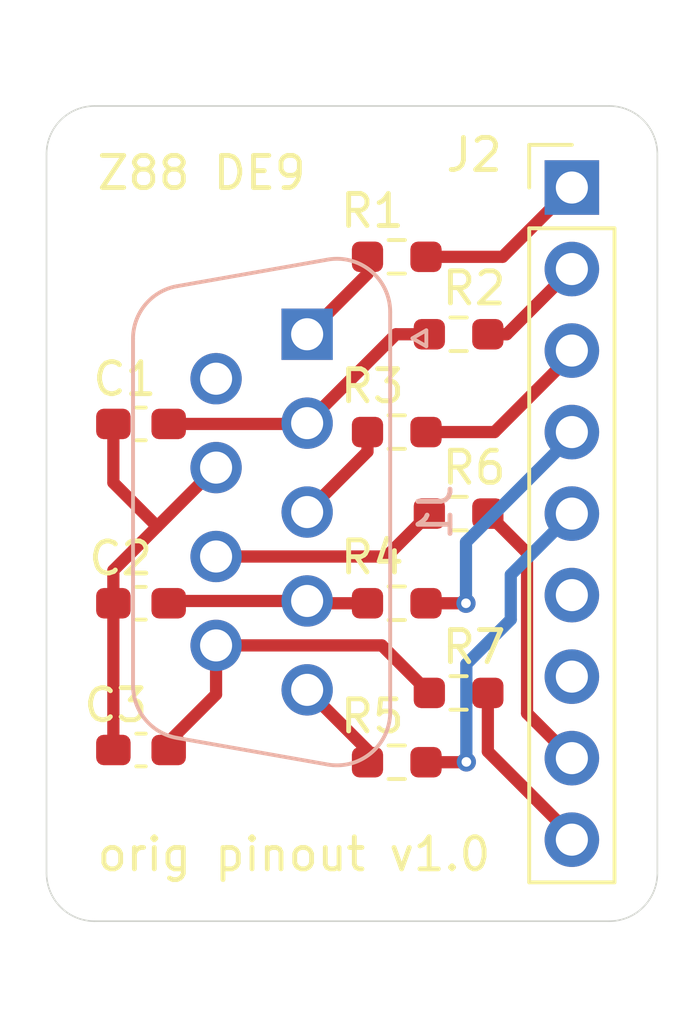
<source format=kicad_pcb>
(kicad_pcb (version 20240108) (generator "pcbnew") (generator_version "8.0")
  (layers (0 "F.Cu" signal) (31 "B.Cu" signal) (34 "B.Paste" user) (35 "F.Paste" user) (36 "B.SilkS" user "B.Silkscreen") (37 "F.SilkS" user "F.Silkscreen") (38 "B.Mask" user) (39 "F.Mask" user) (44 "Edge.Cuts" user))
  (net 0 "")
  (net 1 "Net-(J1-Pin_7)")
  (net 2 "Net-(J1-Pin_2)")
  (net 3 "Net-(J1-Pin_4)")
  (net 4 "Net-(J1-Pin_9)")
  (net 5 "Net-(J1-Pin_8)")
  (net 6 "Net-(J1-Pin_3)")
  (net 7 "Net-(J1-Pin_1)")
  (net 8 "Net-(J1-Pin_5)")
  (net 10 "Net-(J2-Pin_1)")
  (net 11 "Net-(J2-Pin_2)")
  (net 12 "Net-(J2-Pin_3)")
  (net 13 "Net-(J2-Pin_5)")
  (net 14 "Net-(J2-Pin_8)")
  (net 15 "Net-(J2-Pin_9)")
  (net 16 "Net-(J2-Pin_4)")
  (footprint "Resistor_SMD:R_0603_1608Metric_Pad0.98x0.95mm_HandSolder" (layer "F.Cu") (at 129.794 114.935)
    (property "Reference" "R5" (at -0.762 -1.43 0) (layer "F.SilkS"))
    (property "Value" "1k")
    (fp_line (start -0.254724 -0.5225) (end 0.254724 -0.5225) (stroke (width 0.12)) (layer "F.SilkS"))
    (fp_line (start -0.254724 0.5225) (end 0.254724 0.5225) (stroke (width 0.12)) (layer "F.SilkS"))
    (pad "1" smd roundrect (at -0.9125 0) (size 0.975 0.95) (layers "F.Cu" "F.Paste" "F.Mask") (net 8 "Net-(J1-Pin_5)"))
    (pad "2" smd roundrect (at 0.9125 0) (size 0.975 0.95) (layers "F.Cu" "F.Paste" "F.Mask") (net 13 "Net-(J2-Pin_5)"))
  )
  (footprint "Capacitor_SMD:C_0603_1608Metric_Pad1.08x0.95mm_HandSolder" (layer "F.Cu") (at 121.8195 104.394 180)
    (property "Reference" "C1" (at 0.508 1.397 0) (layer "F.SilkS"))
    (property "Value" "C")
    (fp_line (start -0.146267 0.51) (end 0.146267 0.51) (stroke (width 0.12)) (layer "F.SilkS"))
    (fp_line (start -0.146267 -0.51) (end 0.146267 -0.51) (stroke (width 0.12)) (layer "F.SilkS"))
    (pad "1" smd roundrect (at -0.8625 0 180) (size 1.075 0.95) (layers "F.Cu" "F.Paste" "F.Mask") (net 2 "Net-(J1-Pin_2)"))
    (pad "2" smd roundrect (at 0.8625 0 180) (size 1.075 0.95) (layers "F.Cu" "F.Paste" "F.Mask") (net 1 "Net-(J1-Pin_7)"))
  )
  (footprint "Resistor_SMD:R_0603_1608Metric_Pad0.98x0.95mm_HandSolder" (layer "F.Cu") (at 131.7225 107.188)
    (property "Reference" "R6" (at 0.4845 -1.43 0) (layer "F.SilkS"))
    (property "Value" "470")
    (fp_line (start -0.254724 -0.5225) (end 0.254724 -0.5225) (stroke (width 0.12)) (layer "F.SilkS"))
    (fp_line (start -0.254724 0.5225) (end 0.254724 0.5225) (stroke (width 0.12)) (layer "F.SilkS"))
    (pad "1" smd roundrect (at -0.9125 0) (size 0.975 0.95) (layers "F.Cu" "F.Paste" "F.Mask") (net 5 "Net-(J1-Pin_8)"))
    (pad "2" smd roundrect (at 0.9125 0) (size 0.975 0.95) (layers "F.Cu" "F.Paste" "F.Mask") (net 14 "Net-(J2-Pin_8)"))
  )
  (footprint "Connector_PinHeader_2.54mm:PinHeader_1x09_P2.54mm_Vertical" (layer "F.Cu") (at 135.255 97.028)
    (property "Reference" "J2" (at -3.048 -1.016 0) (layer "F.SilkS"))
    (property "Value" "D header")
    (fp_line (start -1.33 -1.33) (end 0 -1.33) (stroke (width 0.12)) (layer "F.SilkS"))
    (fp_line (start -1.33 0) (end -1.33 -1.33) (stroke (width 0.12)) (layer "F.SilkS"))
    (fp_line (start -1.33 1.27) (end -1.33 21.65) (stroke (width 0.12)) (layer "F.SilkS"))
    (fp_line (start -1.33 1.27) (end 1.33 1.27) (stroke (width 0.12)) (layer "F.SilkS"))
    (fp_line (start -1.33 21.65) (end 1.33 21.65) (stroke (width 0.12)) (layer "F.SilkS"))
    (fp_line (start 1.33 1.27) (end 1.33 21.65) (stroke (width 0.12)) (layer "F.SilkS"))
    (pad "1" thru_hole rect (at 0 0) (size 1.7 1.7) (drill 1) (layers "*.Cu" "*.Mask") (net 10 "Net-(J2-Pin_1)"))
    (pad "2" thru_hole oval (at 0 2.54) (size 1.7 1.7) (drill 1) (layers "*.Cu" "*.Mask") (net 11 "Net-(J2-Pin_2)"))
    (pad "3" thru_hole oval (at 0 5.08) (size 1.7 1.7) (drill 1) (layers "*.Cu" "*.Mask") (net 12 "Net-(J2-Pin_3)"))
    (pad "4" thru_hole oval (at 0 7.62) (size 1.7 1.7) (drill 1) (layers "*.Cu" "*.Mask") (net 16 "Net-(J2-Pin_4)"))
    (pad "5" thru_hole oval (at 0 10.16) (size 1.7 1.7) (drill 1) (layers "*.Cu" "*.Mask") (net 13 "Net-(J2-Pin_5)"))
    (pad "6" thru_hole oval (at 0 12.7) (size 1.7 1.7) (drill 1) (layers "*.Cu" "*.Mask"))
    (pad "7" thru_hole oval (at 0 15.24) (size 1.7 1.7) (drill 1) (layers "*.Cu" "*.Mask"))
    (pad "8" thru_hole oval (at 0 17.78) (size 1.7 1.7) (drill 1) (layers "*.Cu" "*.Mask") (net 14 "Net-(J2-Pin_8)"))
    (pad "9" thru_hole oval (at 0 20.32) (size 1.7 1.7) (drill 1) (layers "*.Cu" "*.Mask") (net 15 "Net-(J2-Pin_9)"))
  )
  (footprint "Resistor_SMD:R_0603_1608Metric_Pad0.98x0.95mm_HandSolder" (layer "F.Cu") (at 131.7225 101.6)
    (property "Reference" "R2" (at 0.4845 -1.43 0) (layer "F.SilkS"))
    (property "Value" "1k")
    (fp_line (start -0.254724 -0.5225) (end 0.254724 -0.5225) (stroke (width 0.12)) (layer "F.SilkS"))
    (fp_line (start -0.254724 0.5225) (end 0.254724 0.5225) (stroke (width 0.12)) (layer "F.SilkS"))
    (pad "1" smd roundrect (at -0.9125 0) (size 0.975 0.95) (layers "F.Cu" "F.Paste" "F.Mask") (net 2 "Net-(J1-Pin_2)"))
    (pad "2" smd roundrect (at 0.9125 0) (size 0.975 0.95) (layers "F.Cu" "F.Paste" "F.Mask") (net 11 "Net-(J2-Pin_2)"))
  )
  (footprint "Resistor_SMD:R_0603_1608Metric_Pad0.98x0.95mm_HandSolder" (layer "F.Cu") (at 129.794 109.982)
    (property "Reference" "R4" (at -0.762 -1.43 0) (layer "F.SilkS"))
    (property "Value" "10k")
    (fp_line (start -0.254724 -0.5225) (end 0.254724 -0.5225) (stroke (width 0.12)) (layer "F.SilkS"))
    (fp_line (start -0.254724 0.5225) (end 0.254724 0.5225) (stroke (width 0.12)) (layer "F.SilkS"))
    (pad "1" smd roundrect (at -0.9125 0) (size 0.975 0.95) (layers "F.Cu" "F.Paste" "F.Mask") (net 3 "Net-(J1-Pin_4)"))
    (pad "2" smd roundrect (at 0.9125 0) (size 0.975 0.95) (layers "F.Cu" "F.Paste" "F.Mask") (net 16 "Net-(J2-Pin_4)"))
  )
  (footprint "Resistor_SMD:R_0603_1608Metric_Pad0.98x0.95mm_HandSolder" (layer "F.Cu") (at 131.7225 112.776)
    (property "Reference" "R7" (at 0.4845 -1.43 0) (layer "F.SilkS"))
    (property "Value" "10k")
    (fp_line (start -0.254724 -0.5225) (end 0.254724 -0.5225) (stroke (width 0.12)) (layer "F.SilkS"))
    (fp_line (start -0.254724 0.5225) (end 0.254724 0.5225) (stroke (width 0.12)) (layer "F.SilkS"))
    (pad "1" smd roundrect (at -0.9125 0) (size 0.975 0.95) (layers "F.Cu" "F.Paste" "F.Mask") (net 4 "Net-(J1-Pin_9)"))
    (pad "2" smd roundrect (at 0.9125 0) (size 0.975 0.95) (layers "F.Cu" "F.Paste" "F.Mask") (net 15 "Net-(J2-Pin_9)"))
  )
  (footprint "Capacitor_SMD:C_0603_1608Metric_Pad1.08x0.95mm_HandSolder" (layer "F.Cu") (at 121.8195 109.982 180)
    (property "Reference" "C2" (at 0.635 1.397 360) (layer "F.SilkS"))
    (property "Value" "C")
    (fp_line (start -0.146267 0.51) (end 0.146267 0.51) (stroke (width 0.12)) (layer "F.SilkS"))
    (fp_line (start -0.146267 -0.51) (end 0.146267 -0.51) (stroke (width 0.12)) (layer "F.SilkS"))
    (pad "1" smd roundrect (at -0.8625 0 180) (size 1.075 0.95) (layers "F.Cu" "F.Paste" "F.Mask") (net 3 "Net-(J1-Pin_4)"))
    (pad "2" smd roundrect (at 0.8625 0 180) (size 1.075 0.95) (layers "F.Cu" "F.Paste" "F.Mask") (net 1 "Net-(J1-Pin_7)"))
  )
  (footprint "Resistor_SMD:R_0603_1608Metric_Pad0.98x0.95mm_HandSolder" (layer "F.Cu") (at 129.794 99.187)
    (property "Reference" "R1" (at -0.762 -1.43 0) (layer "F.SilkS"))
    (property "Value" "10k")
    (fp_line (start -0.254724 -0.5225) (end 0.254724 -0.5225) (stroke (width 0.12)) (layer "F.SilkS"))
    (fp_line (start -0.254724 0.5225) (end 0.254724 0.5225) (stroke (width 0.12)) (layer "F.SilkS"))
    (pad "1" smd roundrect (at -0.9125 0) (size 0.975 0.95) (layers "F.Cu" "F.Paste" "F.Mask") (net 7 "Net-(J1-Pin_1)"))
    (pad "2" smd roundrect (at 0.9125 0) (size 0.975 0.95) (layers "F.Cu" "F.Paste" "F.Mask") (net 10 "Net-(J2-Pin_1)"))
  )
  (footprint "Capacitor_SMD:C_0603_1608Metric_Pad1.08x0.95mm_HandSolder" (layer "F.Cu") (at 121.8195 114.554)
    (property "Reference" "C3" (at -0.7885 -1.397 0) (layer "F.SilkS"))
    (property "Value" "C")
    (fp_line (start -0.146267 -0.51) (end 0.146267 -0.51) (stroke (width 0.12)) (layer "F.SilkS"))
    (fp_line (start -0.146267 0.51) (end 0.146267 0.51) (stroke (width 0.12)) (layer "F.SilkS"))
    (pad "1" smd roundrect (at -0.8625 0) (size 1.075 0.95) (layers "F.Cu" "F.Paste" "F.Mask") (net 1 "Net-(J1-Pin_7)"))
    (pad "2" smd roundrect (at 0.8625 0) (size 1.075 0.95) (layers "F.Cu" "F.Paste" "F.Mask") (net 4 "Net-(J1-Pin_9)"))
  )
  (footprint "Resistor_SMD:R_0603_1608Metric_Pad0.98x0.95mm_HandSolder" (layer "F.Cu") (at 129.794 104.648)
    (property "Reference" "R3" (at -0.762 -1.43 0) (layer "F.SilkS"))
    (property "Value" "10k")
    (fp_line (start -0.254724 -0.5225) (end 0.254724 -0.5225) (stroke (width 0.12)) (layer "F.SilkS"))
    (fp_line (start -0.254724 0.5225) (end 0.254724 0.5225) (stroke (width 0.12)) (layer "F.SilkS"))
    (pad "1" smd roundrect (at -0.9125 0) (size 0.975 0.95) (layers "F.Cu" "F.Paste" "F.Mask") (net 6 "Net-(J1-Pin_3)"))
    (pad "2" smd roundrect (at 0.9125 0) (size 0.975 0.95) (layers "F.Cu" "F.Paste" "F.Mask") (net 12 "Net-(J2-Pin_3)"))
  )
  (footprint "Connector_Dsub:DSUB-9_Female_Vertical_P2.77x2.84mm" (layer "B.Cu") (at 127 101.6 90)
    (property "Reference" "J1" (at -5.54 4 -90) (layer "B.SilkS") (effects (justify mirror)))
    (property "Value" "DE-9 PCB Mount")
    (fp_line (start -0.137048 -5.43) (end -10.942952 -5.43) (stroke (width 0.12)) (layer "B.SilkS"))
    (fp_line (start 1.497733 -4.058256) (end 2.32647 0.641744) (stroke (width 0.12)) (layer "B.SilkS"))
    (fp_line (start -12.577733 -4.058256) (end -13.40647 0.641744) (stroke (width 0.12)) (layer "B.SilkS"))
    (fp_line (start 0.691689 2.59) (end -11.771689 2.59) (stroke (width 0.12)) (layer "B.SilkS"))
    (fp_line (start -0.125 3.283493) (end 0.125 3.716506) (stroke (width 0.12)) (layer "B.SilkS"))
    (fp_line (start 0.125 3.716506) (end -0.375 3.716506) (stroke (width 0.12)) (layer "B.SilkS"))
    (fp_line (start -0.375 3.716506) (end -0.125 3.283493) (stroke (width 0.12)) (layer "B.SilkS"))
    (fp_arc (start -0.137048 -5.43) (mid 0.92998 -5.041634) (end 1.497733 -4.058256) (stroke (width 0.12)) (layer "B.SilkS"))
    (fp_arc (start -12.577733 -4.058256) (mid -12.00998 -5.041634) (end -10.942952 -5.43) (stroke (width 0.12)) (layer "B.SilkS"))
    (fp_arc (start 2.32647 0.641744) (mid 1.963323 1.997027) (end 0.691689 2.59) (stroke (width 0.12)) (layer "B.SilkS"))
    (fp_arc (start -11.771689 2.59) (mid -13.043323 1.997027) (end -13.40647 0.641744) (stroke (width 0.12)) (layer "B.SilkS"))
    (pad "1" thru_hole rect (at 0 0 90) (size 1.6 1.6) (drill 1) (layers "*.Cu" "*.Mask") (net 7 "Net-(J1-Pin_1)"))
    (pad "2" thru_hole circle (at -2.77 0 90) (size 1.6 1.6) (drill 1) (layers "*.Cu" "*.Mask") (net 2 "Net-(J1-Pin_2)"))
    (pad "3" thru_hole circle (at -5.54 0 90) (size 1.6 1.6) (drill 1) (layers "*.Cu" "*.Mask") (net 6 "Net-(J1-Pin_3)"))
    (pad "4" thru_hole circle (at -8.31 0 90) (size 1.6 1.6) (drill 1) (layers "*.Cu" "*.Mask") (net 3 "Net-(J1-Pin_4)"))
    (pad "5" thru_hole circle (at -11.08 0 90) (size 1.6 1.6) (drill 1) (layers "*.Cu" "*.Mask") (net 8 "Net-(J1-Pin_5)"))
    (pad "6" thru_hole circle (at -1.385 -2.84 90) (size 1.6 1.6) (drill 1) (layers "*.Cu" "*.Mask"))
    (pad "7" thru_hole circle (at -4.155 -2.84 90) (size 1.6 1.6) (drill 1) (layers "*.Cu" "*.Mask") (net 1 "Net-(J1-Pin_7)"))
    (pad "8" thru_hole circle (at -6.925 -2.84 90) (size 1.6 1.6) (drill 1) (layers "*.Cu" "*.Mask") (net 5 "Net-(J1-Pin_8)"))
    (pad "9" thru_hole circle (at -9.695 -2.84 90) (size 1.6 1.6) (drill 1) (layers "*.Cu" "*.Mask") (net 4 "Net-(J1-Pin_9)"))
  )
  (gr_line (start 120.372 94.488) (end 136.422 94.488) (stroke (width 0.05)) (layer "Edge.Cuts"))
  (gr_line (start 118.872 118.388) (end 118.872 95.988) (stroke (width 0.05)) (layer "Edge.Cuts"))
  (gr_arc (start 120.372 119.888) (mid 119.31134 119.44866) (end 118.872 118.388) (stroke (width 0.05)) (layer "Edge.Cuts"))
  (gr_arc (start 136.422 94.488) (mid 137.48266 94.92734) (end 137.922 95.988) (stroke (width 0.05)) (layer "Edge.Cuts"))
  (gr_line (start 136.422 119.888) (end 120.372 119.888) (stroke (width 0.05)) (layer "Edge.Cuts"))
  (gr_line (start 137.922 95.988) (end 137.922 118.388) (stroke (width 0.05)) (layer "Edge.Cuts"))
  (gr_arc (start 118.872 95.988) (mid 119.31134 94.92734) (end 120.372 94.488) (stroke (width 0.05)) (layer "Edge.Cuts"))
  (gr_arc (start 137.922 118.388) (mid 137.48266 119.44866) (end 136.422 119.888) (stroke (width 0.05)) (layer "Edge.Cuts"))
  (gr_text "orig pinout v1.0" (at 120.372 118.388 0) (layer "F.SilkS") (effects (font (size 1 1)) (justify left bottom)))
  (gr_text "Z88 DE9\n" (at 120.372 95.988 0) (layer "F.SilkS") (effects (font (size 1 1)) (justify left top)))
  (segment (start 120.957 109.982) (end 120.957 114.554) (width 0.381) (layer "F.Cu") (net 1))
  (segment (start 124.16 105.755) (end 122.3235 107.5915) (width 0.381) (layer "F.Cu") (net 1))
  (segment (start 120.957 104.394) (end 120.957 106.225) (width 0.381) (layer "F.Cu") (net 1))
  (segment (start 120.957 108.958) (end 120.957 109.982) (width 0.381) (layer "F.Cu") (net 1))
  (segment (start 120.957 106.225) (end 122.3235 107.5915) (width 0.381) (layer "F.Cu") (net 1))
  (segment (start 122.3235 107.5915) (end 120.957 108.958) (width 0.381) (layer "F.Cu") (net 1))
  (segment (start 130.81 101.6) (end 129.77 101.6) (width 0.381) (layer "F.Cu") (net 2))
  (segment (start 129.77 101.6) (end 127 104.37) (width 0.381) (layer "F.Cu") (net 2))
  (segment (start 126.976 104.394) (end 127 104.37) (width 0.381) (layer "F.Cu") (net 2))
  (segment (start 122.428 104.394) (end 126.976 104.394) (width 0.381) (layer "F.Cu") (net 2))
  (segment (start 127 109.91) (end 122.5 109.91) (width 0.381) (layer "F.Cu") (net 3))
  (segment (start 127.072 109.982) (end 127 109.91) (width 0.381) (layer "F.Cu") (net 3))
  (segment (start 128.8815 109.982) (end 127.072 109.982) (width 0.381) (layer "F.Cu") (net 3))
  (segment (start 124.16 111.295) (end 124.16 112.822) (width 0.381) (layer "F.Cu") (net 4))
  (segment (start 124.16 112.822) (end 122.428 114.554) (width 0.381) (layer "F.Cu") (net 4))
  (segment (start 124.16 111.295) (end 129.329 111.295) (width 0.381) (layer "F.Cu") (net 4))
  (segment (start 129.329 111.295) (end 130.81 112.776) (width 0.381) (layer "F.Cu") (net 4))
  (segment (start 130.81 107.188) (end 129.473 108.525) (width 0.381) (layer "F.Cu") (net 5))
  (segment (start 129.473 108.525) (end 124.16 108.525) (width 0.381) (layer "F.Cu") (net 5))
  (segment (start 128.8815 104.648) (end 128.8815 105.2585) (width 0.381) (layer "F.Cu") (net 6))
  (segment (start 128.8815 105.2585) (end 127 107.14) (width 0.381) (layer "F.Cu") (net 6))
  (segment (start 128.8815 99.7185) (end 127 101.6) (width 0.381) (layer "F.Cu") (net 7))
  (segment (start 128.8815 99.187) (end 128.8815 99.7185) (width 0.381) (layer "F.Cu") (net 7))
  (segment (start 128.8815 114.5615) (end 127 112.68) (width 0.381) (layer "F.Cu") (net 8))
  (segment (start 128.8815 114.935) (end 128.8815 114.5615) (width 0.381) (layer "F.Cu") (net 8))
  (segment (start 130.7065 99.187) (end 133.096 99.187) (width 0.381) (layer "F.Cu") (net 10))
  (segment (start 135.255 97.028) (end 135.382 97.028) (width 0.381) (layer "F.Cu") (net 10))
  (segment (start 133.096 99.187) (end 135.255 97.028) (width 0.381) (layer "F.Cu") (net 10))
  (segment (start 133.223 101.6) (end 135.255 99.568) (width 0.381) (layer "F.Cu") (net 11))
  (segment (start 132.635 101.6) (end 133.223 101.6) (width 0.381) (layer "F.Cu") (net 11))
  (segment (start 132.842 104.648) (end 135.255 102.235) (width 0.381) (layer "F.Cu") (net 12))
  (segment (start 135.255 102.235) (end 135.255 102.108) (width 0.381) (layer "F.Cu") (net 12))
  (segment (start 130.7065 104.648) (end 132.842 104.648) (width 0.381) (layer "F.Cu") (net 12))
  (segment (start 131.964771 114.925153) (end 131.954924 114.935) (width 0.381) (layer "F.Cu") (net 13))
  (segment (start 131.954924 114.935) (end 130.7065 114.935) (width 0.381) (layer "F.Cu") (net 13))
  (via (at 131.964771 114.925153) (size 0.6) (drill 0.3) (layers "F.Cu" "B.Cu") (net 13))
  (segment (start 133.35 110.49) (end 133.35 109.093) (width 0.381) (layer "B.Cu") (net 13))
  (segment (start 133.35 109.093) (end 135.255 107.188) (width 0.381) (layer "B.Cu") (net 13))
  (segment (start 131.964771 114.925153) (end 131.964771 111.875229) (width 0.381) (layer "B.Cu") (net 13))
  (segment (start 131.964771 111.875229) (end 133.35 110.49) (width 0.381) (layer "B.Cu") (net 13))
  (segment (start 133.858 113.411) (end 135.255 114.808) (width 0.381) (layer "F.Cu") (net 14))
  (segment (start 133.858 108.411) (end 133.858 113.411) (width 0.381) (layer "F.Cu") (net 14))
  (segment (start 132.635 107.188) (end 133.858 108.411) (width 0.381) (layer "F.Cu") (net 14))
  (segment (start 135.255 117.221) (end 135.255 117.348) (width 0.381) (layer "F.Cu") (net 15))
  (segment (start 132.635 112.776) (end 132.635 114.601) (width 0.381) (layer "F.Cu") (net 15))
  (segment (start 132.635 114.601) (end 135.255 117.221) (width 0.381) (layer "F.Cu") (net 15))
  (segment (start 131.953 109.982) (end 130.7065 109.982) (width 0.381) (layer "F.Cu") (net 16))
  (via (at 131.953 109.982) (size 0.6) (drill 0.3) (layers "F.Cu" "B.Cu") (net 16))
  (segment (start 131.953 109.982) (end 131.953 108.077) (width 0.381) (layer "B.Cu") (net 16))
  (segment (start 135.255 104.775) (end 135.255 104.648) (width 0.381) (layer "B.Cu") (net 16))
  (segment (start 131.953 108.077) (end 135.255 104.775) (width 0.381) (layer "B.Cu") (net 16))
)
</source>
